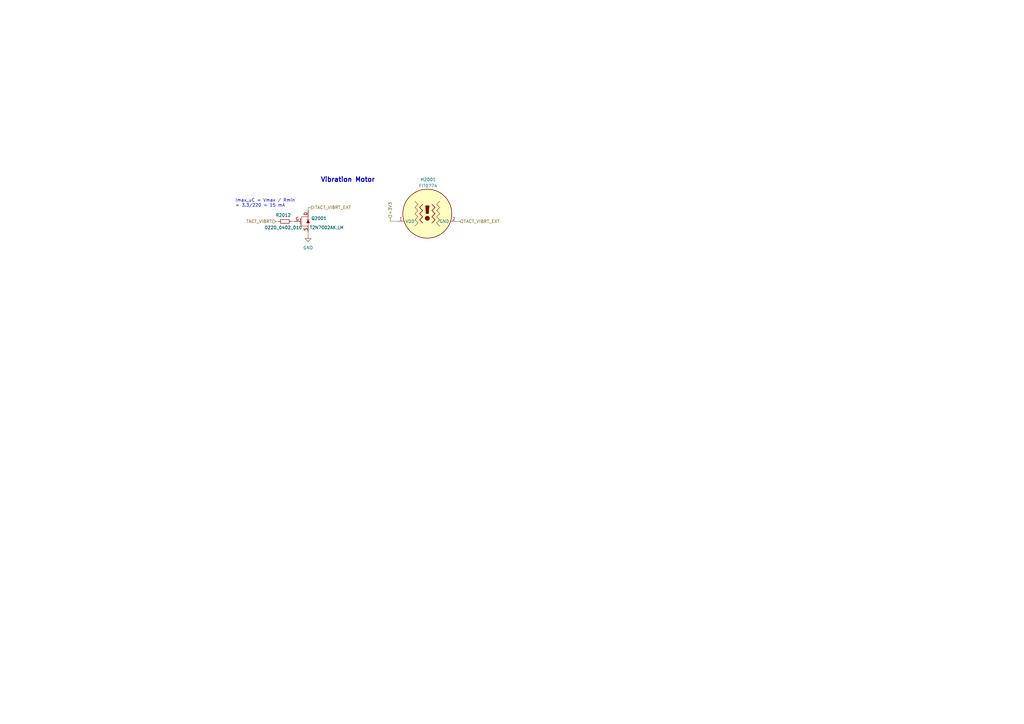
<source format=kicad_sch>
(kicad_sch (version 20230121) (generator eeschema)
  (paper "A3")
  (title_block (title "Vibrate") (date "2023-08-07") (rev "1") (company "Beep Boop"))
  (lib_symbols
    (symbol "Beacon_Library:FIT0774"
      (property "Reference" "M" (at -3.81 0 0))
      (property "Value" "FIT0774" (at 5.08 0 0))
      (symbol "FIT0774_1_1"
        (circle (center 0 -13.335) (radius 0.898) (fill (type outline)))
        (circle (center 0 -11.43) (radius 10.0402) (stroke (width 0.254)) (fill (type background)))
        (polyline (pts (xy -3.81 -15.24) (xy -5.08 -16.51)))
        (polyline (pts (xy -3.81 -7.62) (xy -5.08 -6.35)))
        (polyline (pts (xy 3.81 -15.24) (xy 5.08 -16.51)))
        (polyline (pts (xy 3.81 -7.62) (xy 5.08 -6.35)))
        (polyline (pts (xy 0 -11.43) (xy 0.508 -11.43) (xy 0.762 -8.128) (xy -0.762 -8.128) (xy -0.508 -11.43) (xy 0 -11.43)) (fill (type outline)))
        (polyline (pts (xy -3.81 -15.24) (xy -5.08 -13.97) (xy -3.81 -12.7) (xy -5.08 -11.43) (xy -3.81 -10.16) (xy -5.08 -8.89) (xy -3.81 -7.62)))
        (polyline (pts (xy -1.905 -15.24) (xy -3.175 -13.97) (xy -1.905 -12.7) (xy -3.175 -11.43) (xy -1.905 -10.16) (xy -3.175 -8.89) (xy -1.905 -7.62)) (stroke (width 0.254)))
        (polyline (pts (xy 1.905 -7.62) (xy 3.175 -8.89) (xy 1.905 -10.16) (xy 3.175 -11.43) (xy 1.905 -12.7) (xy 3.175 -13.97) (xy 1.905 -15.24)) (stroke (width 0.254)))
        (polyline (pts (xy 3.81 -7.62) (xy 5.08 -8.89) (xy 3.81 -10.16) (xy 5.08 -11.43) (xy 3.81 -12.7) (xy 5.08 -13.97) (xy 3.81 -15.24)))
        (pin power_in line (at -12.065 -14.605 0) (length 2.54) (name "VDD") (number "1"))
        (pin power_out line (at 12.065 -14.605 180) (length 2.54) (name "GND") (number "2"))
      )
    )
    (symbol "Beacon_Library:NMOS"
      (property "Reference" "Q" (at -2.032 -6.731 0))
      (symbol "NMOS_0_1"
        (rectangle (start -0.762 -8.89) (end 1.905 -12.7))
        (polyline (pts (xy -1.27 -9.525) (xy -1.27 -12.065)) (stroke (width 0.254)))
        (polyline (pts (xy 1.27 -11.43) (xy 2.54 -11.43) (xy 1.905 -10.16) (xy 1.27 -11.43)) (fill (type outline)))
      )
      (symbol "NMOS_1_1"
        (polyline (pts (xy 1.27 -10.16) (xy 2.54 -10.16)) (stroke (width 0.127)))
        (pin passive line (at 1.905 -6.35 270) (length 2.54) (name "") (number "D"))
        (pin passive line (at -3.81 -10.795 0) (length 2.54) (name "") (number "G"))
        (pin passive line (at 1.905 -15.24 90) (length 2.54) (name "") (number "S"))
      )
    )
    (symbol "Device:R_Small" (pin_numbers hide) (pin_names (offset 0.254) hide)
      (property "Reference" "R" (at 0.762 0.508 0))
      (property "Value" "R_Small" (at 0.762 -1.016 0))
      (symbol "R_Small_0_1"
        (rectangle (start -0.762 1.778) (end 0.762 -1.778) (stroke (width 0.2032)))
      )
      (symbol "R_Small_1_1"
        (pin passive line (at 0 2.54 270) (length 0.762) (name "~") (number "1"))
        (pin passive line (at 0 -2.54 90) (length 0.762) (name "~") (number "2"))
      )
    )
    (symbol "power:GND" (power) (pin_names (offset 0))
      (property "Value" "GND" (at 0 -3.81 0))
      (symbol "GND_0_1"
        (polyline (pts (xy 0 0) (xy 0 -1.27) (xy 1.27 -1.27) (xy 0 -2.54) (xy -1.27 -1.27) (xy 0 -1.27)))
      )
      (symbol "GND_1_1"
        (pin power_in line (at 0 0 270) (length 0) hide (name "GND") (number "1"))
      )
    )
  )
  (wire (pts (xy 160.02 90.805) (xy 160.02 89.535)))
  (wire (pts (xy 126.365 85.09) (xy 127.635 85.09)))
  (wire (pts (xy 119.38 90.805) (xy 120.65 90.805)))
  (wire (pts (xy 113.03 90.805) (xy 114.3 90.805)))
  (wire (pts (xy 160.02 90.805) (xy 163.195 90.805)))
  (wire (pts (xy 126.365 95.25) (xy 126.365 96.52)))
  (wire (pts (xy 126.365 85.09) (xy 126.365 86.36)))
  (wire (pts (xy 188.595 90.805) (xy 187.325 90.805)))
  (text "Vibration Motor" (at 131.445 74.93 0) (effects (font (size 1.905 1.905) (thickness 0.381) bold) (justify left bottom)))
  (text "Imax_uC = Vmax / Rmin\n= 3.3/220 = 15 mA" (at 96.52 85.09 0) (effects (font (size 1.27 1.27)) (justify left bottom)))
  (hierarchical_label "TACT_VIBRT_EXT" (shape output) (at 127.635 85.09 0))
  (hierarchical_label "TACT_VIBRT_EXT" (shape input) (at 188.595 90.805 0))
  (hierarchical_label "TACT_VIBRT" (shape input) (at 113.03 90.805 180) (property "Intersheetrefs" "${INTERSHEET_REFS}" (effects hide)))
  (hierarchical_label "+3V3" (shape input) (at 160.02 89.535 90))
  (symbol (lib_id "Device:R_Small") (at 116.84 90.805 90) (unit 1)
    (property "Reference" "R2012" (at 116.205 88.265 90))
    (property "Value" "0220_0402_010" (at 116.205 93.345 90))
    (property "Footprint" "Footprint_Library:0402_1005Metric_Handsolder" (effects hide))
    (instances (project "Tactile_Board" (path "" (reference "R2012") (unit 1)) (path "" (reference "R4012") (unit 1))) (project "Beacon" (path "" (reference "R15") (unit 1)) (path "" (reference "R1") (unit 1)) (path "" (reference "R2") (unit 1)) (path "" (reference "R3501") (unit 1))) (project "Beacon_Multiboard" (path "" (reference "R1301") (unit 1))))
  )
  (symbol (lib_id "power:GND") (at 126.365 96.52 0) (unit 1)
    (property "Reference" "#PWR02020" (effects hide))
    (property "Value" "GND" (at 126.365 101.6 0))
    (instances (project "Tactile_Board" (path "" (reference "#PWR02020") (unit 1)) (path "" (reference "#PWR04020") (unit 1))) (project "Beacon" (path "" (reference "#PWR03502") (unit 1))) (project "Beacon_Multiboard" (path "" (reference "#PWR01301") (unit 1))))
  )
  (symbol (lib_id "Beacon_Library:FIT0774") (at 175.26 76.2 0) (unit 1) (on_board no)
    (property "Reference" "M2001" (at 175.5704 73.66 0))
    (property "Value" "FIT0774" (at 175.5704 76.2 0))
    (property "Datasheet" "https://www.mouser.com/ProductDetail/DFRobot/FIT0774?qs=ljCeji4nMDmZzIiC0gR9iA%3D%3D" (effects hide))
    (instances (project "Tactile_Board" (path "" (reference "M2001") (unit 1)) (path "" (reference "M4001") (unit 1))) (project "Beacon" (path "" (reference "M3501") (unit 1))) (project "Beacon_Multiboard" (path "" (reference "M1301") (unit 1))))
  )
  (symbol (lib_id "Beacon_Library:NMOS") (at 124.46 80.01 0) (unit 1)
    (property "Reference" "Q2001" (at 127.635 89.535 0) (effects (justify left)))
    (property "Value" "T2N7002AK,LM" (at 133.985 93.345 0))
    (property "Footprint" "Footprint_Library:TBAT54CLM" (effects hide))
    (property "Datasheet" "https://www.mouser.com/ProductDetail/Toshiba/T2N7002AKLM?qs=pzVvXTvk9PzfX4hYglwZ9Q%3D%3D" (effects hide))
    (instances (project "Tactile_Board" (path "" (reference "Q2001") (unit 1)) (path "" (reference "Q4001") (unit 1))) (project "Beacon" (path "" (reference "Q3501") (unit 1))) (project "Beacon_Multiboard" (path "" (reference "Q1301") (unit 1))))
  )
)
</source>
